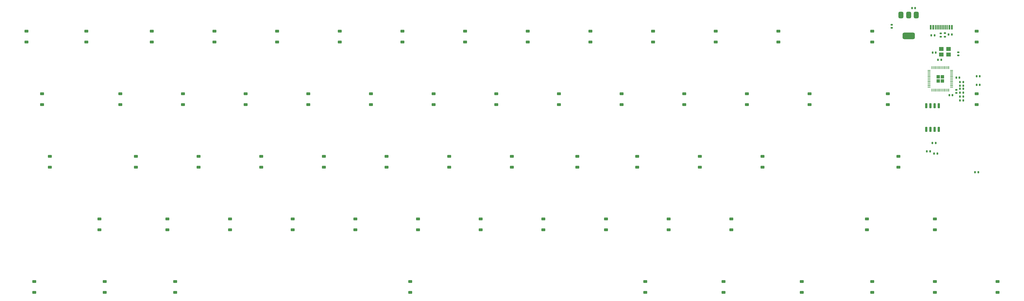
<source format=gbr>
%TF.GenerationSoftware,KiCad,Pcbnew,8.0.2*%
%TF.CreationDate,2024-06-20T11:33:05-07:00*%
%TF.ProjectId,keyboard_pcb,6b657962-6f61-4726-945f-7063622e6b69,1.0*%
%TF.SameCoordinates,Original*%
%TF.FileFunction,Paste,Bot*%
%TF.FilePolarity,Positive*%
%FSLAX46Y46*%
G04 Gerber Fmt 4.6, Leading zero omitted, Abs format (unit mm)*
G04 Created by KiCad (PCBNEW 8.0.2) date 2024-06-20 11:33:05*
%MOMM*%
%LPD*%
G01*
G04 APERTURE LIST*
G04 Aperture macros list*
%AMRoundRect*
0 Rectangle with rounded corners*
0 $1 Rounding radius*
0 $2 $3 $4 $5 $6 $7 $8 $9 X,Y pos of 4 corners*
0 Add a 4 corners polygon primitive as box body*
4,1,4,$2,$3,$4,$5,$6,$7,$8,$9,$2,$3,0*
0 Add four circle primitives for the rounded corners*
1,1,$1+$1,$2,$3*
1,1,$1+$1,$4,$5*
1,1,$1+$1,$6,$7*
1,1,$1+$1,$8,$9*
0 Add four rect primitives between the rounded corners*
20,1,$1+$1,$2,$3,$4,$5,0*
20,1,$1+$1,$4,$5,$6,$7,0*
20,1,$1+$1,$6,$7,$8,$9,0*
20,1,$1+$1,$8,$9,$2,$3,0*%
G04 Aperture macros list end*
%ADD10RoundRect,0.135000X0.135000X0.185000X-0.135000X0.185000X-0.135000X-0.185000X0.135000X-0.185000X0*%
%ADD11RoundRect,0.135000X0.185000X-0.135000X0.185000X0.135000X-0.185000X0.135000X-0.185000X-0.135000X0*%
%ADD12RoundRect,0.135000X-0.135000X-0.185000X0.135000X-0.185000X0.135000X0.185000X-0.135000X0.185000X0*%
%ADD13RoundRect,0.140000X0.140000X0.170000X-0.140000X0.170000X-0.140000X-0.170000X0.140000X-0.170000X0*%
%ADD14RoundRect,0.225000X0.375000X-0.225000X0.375000X0.225000X-0.375000X0.225000X-0.375000X-0.225000X0*%
%ADD15RoundRect,0.140000X-0.140000X-0.170000X0.140000X-0.170000X0.140000X0.170000X-0.140000X0.170000X0*%
%ADD16R,1.400000X1.200000*%
%ADD17RoundRect,0.140000X0.170000X-0.140000X0.170000X0.140000X-0.170000X0.140000X-0.170000X-0.140000X0*%
%ADD18RoundRect,0.250000X-0.292217X-0.292217X0.292217X-0.292217X0.292217X0.292217X-0.292217X0.292217X0*%
%ADD19RoundRect,0.050000X-0.387500X-0.050000X0.387500X-0.050000X0.387500X0.050000X-0.387500X0.050000X0*%
%ADD20RoundRect,0.050000X-0.050000X-0.387500X0.050000X-0.387500X0.050000X0.387500X-0.050000X0.387500X0*%
%ADD21RoundRect,0.140000X-0.170000X0.140000X-0.170000X-0.140000X0.170000X-0.140000X0.170000X0.140000X0*%
%ADD22RoundRect,0.375000X-0.375000X0.625000X-0.375000X-0.625000X0.375000X-0.625000X0.375000X0.625000X0*%
%ADD23RoundRect,0.500000X-1.400000X0.500000X-1.400000X-0.500000X1.400000X-0.500000X1.400000X0.500000X0*%
%ADD24RoundRect,0.150000X-0.150000X0.650000X-0.150000X-0.650000X0.150000X-0.650000X0.150000X0.650000X0*%
%ADD25R,0.600000X1.450000*%
%ADD26R,0.300000X1.450000*%
G04 APERTURE END LIST*
D10*
%TO.C,R8*%
X339910000Y-132600000D03*
X338890000Y-132600000D03*
%TD*%
%TO.C,R7*%
X343310000Y-104775000D03*
X342290000Y-104775000D03*
%TD*%
%TO.C,R6*%
X341601465Y-130060366D03*
X340581465Y-130060366D03*
%TD*%
D11*
%TO.C,R5*%
X343116465Y-97704690D03*
X343116465Y-96684690D03*
%TD*%
D10*
%TO.C,R4*%
X354537179Y-139010366D03*
X353517179Y-139010366D03*
%TD*%
D11*
%TO.C,R3*%
X344366465Y-97701317D03*
X344366465Y-96681317D03*
%TD*%
D12*
%TO.C,R2*%
X345490000Y-97060366D03*
X346510000Y-97060366D03*
%TD*%
D10*
%TO.C,R1*%
X341310000Y-97310366D03*
X340290000Y-97310366D03*
%TD*%
D13*
%TO.C,C3*%
X355000000Y-109750000D03*
X354040000Y-109750000D03*
%TD*%
D14*
%TO.C,D38*%
X212778965Y-137441616D03*
X212778965Y-134141616D03*
%TD*%
D15*
%TO.C,C11*%
X349006465Y-111540366D03*
X349966465Y-111540366D03*
%TD*%
D14*
%TO.C,D48*%
X165153965Y-156491616D03*
X165153965Y-153191616D03*
%TD*%
%TO.C,D52*%
X241353965Y-156491616D03*
X241353965Y-153191616D03*
%TD*%
D15*
%TO.C,C14*%
X341136465Y-133310366D03*
X342096465Y-133310366D03*
%TD*%
D14*
%TO.C,D30*%
X354066465Y-118391616D03*
X354066465Y-115091616D03*
%TD*%
D15*
%TO.C,C5*%
X347866465Y-110160366D03*
X348826465Y-110160366D03*
%TD*%
D14*
%TO.C,D2*%
X83397715Y-99341616D03*
X83397715Y-96041616D03*
%TD*%
%TO.C,D64*%
X322316465Y-175541616D03*
X322316465Y-172241616D03*
%TD*%
%TO.C,D59*%
X110385215Y-175541616D03*
X110385215Y-172241616D03*
%TD*%
%TO.C,D31*%
X72285215Y-137441616D03*
X72285215Y-134141616D03*
%TD*%
%TO.C,D20*%
X150866465Y-118391616D03*
X150866465Y-115091616D03*
%TD*%
%TO.C,D57*%
X67522715Y-175541616D03*
X67522715Y-172241616D03*
%TD*%
%TO.C,D41*%
X269928965Y-137441616D03*
X269928965Y-134141616D03*
%TD*%
%TO.C,D8*%
X198491465Y-99341616D03*
X198491465Y-96041616D03*
%TD*%
%TO.C,D16*%
X69903965Y-118391616D03*
X69903965Y-115091616D03*
%TD*%
%TO.C,D14*%
X322316465Y-99341616D03*
X322316465Y-96041616D03*
%TD*%
%TO.C,D6*%
X160391465Y-99341616D03*
X160391465Y-96041616D03*
%TD*%
D15*
%TO.C,C7*%
X349006465Y-114760366D03*
X349966465Y-114760366D03*
%TD*%
D14*
%TO.C,D1*%
X65141465Y-99341616D03*
X65141465Y-96041616D03*
%TD*%
%TO.C,D4*%
X122291465Y-99341616D03*
X122291465Y-96041616D03*
%TD*%
%TO.C,D39*%
X232622715Y-137441616D03*
X232622715Y-134141616D03*
%TD*%
%TO.C,D35*%
X155628965Y-137441616D03*
X155628965Y-134141616D03*
%TD*%
D16*
%TO.C,Y1*%
X345466465Y-103160366D03*
X343266465Y-103160366D03*
X343266465Y-101460366D03*
X345466465Y-101460366D03*
%TD*%
D15*
%TO.C,C12*%
X345770000Y-115500000D03*
X346730000Y-115500000D03*
%TD*%
D14*
%TO.C,D17*%
X93716465Y-118391616D03*
X93716465Y-115091616D03*
%TD*%
%TO.C,D37*%
X193728965Y-137441616D03*
X193728965Y-134141616D03*
%TD*%
%TO.C,D22*%
X188966465Y-118391616D03*
X188966465Y-115091616D03*
%TD*%
%TO.C,D43*%
X330253965Y-137441616D03*
X330253965Y-134141616D03*
%TD*%
D15*
%TO.C,C8*%
X349006465Y-115960366D03*
X349966465Y-115960366D03*
%TD*%
D14*
%TO.C,D29*%
X327078965Y-118391616D03*
X327078965Y-115091616D03*
%TD*%
%TO.C,D63*%
X300885215Y-175541616D03*
X300885215Y-172241616D03*
%TD*%
%TO.C,D60*%
X181822715Y-175541616D03*
X181822715Y-172241616D03*
%TD*%
%TO.C,D51*%
X222303965Y-156491616D03*
X222303965Y-153191616D03*
%TD*%
%TO.C,D3*%
X103241465Y-99341616D03*
X103241465Y-96041616D03*
%TD*%
%TO.C,D44*%
X87366465Y-156491616D03*
X87366465Y-153191616D03*
%TD*%
%TO.C,D47*%
X146103965Y-156491616D03*
X146103965Y-153191616D03*
%TD*%
D13*
%TO.C,C4*%
X355000000Y-112410366D03*
X354040000Y-112410366D03*
%TD*%
D14*
%TO.C,D40*%
X250878965Y-137441616D03*
X250878965Y-134141616D03*
%TD*%
%TO.C,D56*%
X341366465Y-156491616D03*
X341366465Y-153191616D03*
%TD*%
D13*
%TO.C,C15*%
X341616465Y-102560366D03*
X340656465Y-102560366D03*
%TD*%
D15*
%TO.C,C9*%
X349006465Y-117160366D03*
X349966465Y-117160366D03*
%TD*%
D14*
%TO.C,D54*%
X279453965Y-156491616D03*
X279453965Y-153191616D03*
%TD*%
%TO.C,D49*%
X184203965Y-156491616D03*
X184203965Y-153191616D03*
%TD*%
%TO.C,D25*%
X246116465Y-118391616D03*
X246116465Y-115091616D03*
%TD*%
%TO.C,D21*%
X169916465Y-118391616D03*
X169916465Y-115091616D03*
%TD*%
D13*
%TO.C,C1*%
X335346465Y-89060366D03*
X334386465Y-89060366D03*
%TD*%
D15*
%TO.C,C10*%
X349006465Y-112640366D03*
X349966465Y-112640366D03*
%TD*%
D14*
%TO.C,D28*%
X303266465Y-118391616D03*
X303266465Y-115091616D03*
%TD*%
%TO.C,D24*%
X227066465Y-118391616D03*
X227066465Y-115091616D03*
%TD*%
D17*
%TO.C,C2*%
X328266465Y-95040366D03*
X328266465Y-94080366D03*
%TD*%
D18*
%TO.C,U3*%
X342391465Y-109922866D03*
X342391465Y-111197866D03*
X343666465Y-109922866D03*
X343666465Y-111197866D03*
D19*
X339591465Y-113160366D03*
X339591465Y-112760366D03*
X339591465Y-112360366D03*
X339591465Y-111960366D03*
X339591465Y-111560366D03*
X339591465Y-111160366D03*
X339591465Y-110760366D03*
X339591465Y-110360366D03*
X339591465Y-109960366D03*
X339591465Y-109560366D03*
X339591465Y-109160366D03*
X339591465Y-108760366D03*
X339591465Y-108360366D03*
X339591465Y-107960366D03*
D20*
X340428965Y-107122866D03*
X340828965Y-107122866D03*
X341228965Y-107122866D03*
X341628965Y-107122866D03*
X342028965Y-107122866D03*
X342428965Y-107122866D03*
X342828965Y-107122866D03*
X343228965Y-107122866D03*
X343628965Y-107122866D03*
X344028965Y-107122866D03*
X344428965Y-107122866D03*
X344828965Y-107122866D03*
X345228965Y-107122866D03*
X345628965Y-107122866D03*
D19*
X346466465Y-107960366D03*
X346466465Y-108360366D03*
X346466465Y-108760366D03*
X346466465Y-109160366D03*
X346466465Y-109560366D03*
X346466465Y-109960366D03*
X346466465Y-110360366D03*
X346466465Y-110760366D03*
X346466465Y-111160366D03*
X346466465Y-111560366D03*
X346466465Y-111960366D03*
X346466465Y-112360366D03*
X346466465Y-112760366D03*
X346466465Y-113160366D03*
D20*
X345628965Y-113997866D03*
X345228965Y-113997866D03*
X344828965Y-113997866D03*
X344428965Y-113997866D03*
X344028965Y-113997866D03*
X343628965Y-113997866D03*
X343228965Y-113997866D03*
X342828965Y-113997866D03*
X342428965Y-113997866D03*
X342028965Y-113997866D03*
X341628965Y-113997866D03*
X341228965Y-113997866D03*
X340828965Y-113997866D03*
X340428965Y-113997866D03*
%TD*%
D14*
%TO.C,D53*%
X260403965Y-156491616D03*
X260403965Y-153191616D03*
%TD*%
%TO.C,D26*%
X265166465Y-118391616D03*
X265166465Y-115091616D03*
%TD*%
%TO.C,D45*%
X108003965Y-156491616D03*
X108003965Y-153191616D03*
%TD*%
%TO.C,D55*%
X320728965Y-156491616D03*
X320728965Y-153191616D03*
%TD*%
%TO.C,D33*%
X117528965Y-137441616D03*
X117528965Y-134141616D03*
%TD*%
D21*
%TO.C,C13*%
X347866465Y-113880366D03*
X347866465Y-114840366D03*
%TD*%
D14*
%TO.C,D9*%
X217541465Y-99341616D03*
X217541465Y-96041616D03*
%TD*%
%TO.C,D65*%
X341366465Y-175541616D03*
X341366465Y-172241616D03*
%TD*%
%TO.C,D32*%
X98478965Y-137441616D03*
X98478965Y-134141616D03*
%TD*%
%TO.C,D50*%
X203253965Y-156491616D03*
X203253965Y-153191616D03*
%TD*%
%TO.C,D66*%
X360416465Y-175541616D03*
X360416465Y-172241616D03*
%TD*%
%TO.C,D15*%
X354066465Y-99341616D03*
X354066465Y-96041616D03*
%TD*%
%TO.C,D27*%
X284216465Y-118391616D03*
X284216465Y-115091616D03*
%TD*%
%TO.C,D7*%
X179441465Y-99341616D03*
X179441465Y-96041616D03*
%TD*%
%TO.C,D10*%
X236591465Y-99341616D03*
X236591465Y-96041616D03*
%TD*%
D21*
%TO.C,C16*%
X348466465Y-102480366D03*
X348466465Y-103440366D03*
%TD*%
D14*
%TO.C,D18*%
X112766465Y-118391616D03*
X112766465Y-115091616D03*
%TD*%
%TO.C,D61*%
X253260215Y-175541616D03*
X253260215Y-172241616D03*
%TD*%
%TO.C,D34*%
X136578965Y-137441616D03*
X136578965Y-134141616D03*
%TD*%
D22*
%TO.C,U1*%
X331066465Y-91160366D03*
X333366465Y-91160366D03*
D23*
X333366465Y-97460366D03*
D22*
X335666465Y-91160366D03*
%TD*%
D14*
%TO.C,D23*%
X208016465Y-118391616D03*
X208016465Y-115091616D03*
%TD*%
%TO.C,D58*%
X88953965Y-175541616D03*
X88953965Y-172241616D03*
%TD*%
%TO.C,D36*%
X174678965Y-137441616D03*
X174678965Y-134141616D03*
%TD*%
%TO.C,D62*%
X277072715Y-175541616D03*
X277072715Y-172241616D03*
%TD*%
%TO.C,D46*%
X127053965Y-156491616D03*
X127053965Y-153191616D03*
%TD*%
D24*
%TO.C,U2*%
X338761465Y-118710366D03*
X340031465Y-118710366D03*
X341301465Y-118710366D03*
X342571465Y-118710366D03*
X342571465Y-125910366D03*
X341301465Y-125910366D03*
X340031465Y-125910366D03*
X338761465Y-125910366D03*
%TD*%
D14*
%TO.C,D11*%
X255641465Y-99341616D03*
X255641465Y-96041616D03*
%TD*%
%TO.C,D19*%
X131816465Y-118391616D03*
X131816465Y-115091616D03*
%TD*%
%TO.C,D5*%
X141341465Y-99341616D03*
X141341465Y-96041616D03*
%TD*%
%TO.C,D13*%
X293741465Y-99341616D03*
X293741465Y-96041616D03*
%TD*%
%TO.C,D42*%
X288978965Y-137441616D03*
X288978965Y-134141616D03*
%TD*%
D25*
%TO.C,J1*%
X340055215Y-94849116D03*
X340855215Y-94849116D03*
D26*
X342055215Y-94849116D03*
X343055215Y-94849116D03*
X343555215Y-94849116D03*
X344555215Y-94849116D03*
D25*
X345755215Y-94849116D03*
X346555215Y-94849116D03*
X346555215Y-94849116D03*
X345755215Y-94849116D03*
D26*
X345055215Y-94849116D03*
X344055215Y-94849116D03*
X342555215Y-94849116D03*
X341555215Y-94849116D03*
D25*
X340855215Y-94849116D03*
X340055215Y-94849116D03*
%TD*%
D14*
%TO.C,D12*%
X274691465Y-99341616D03*
X274691465Y-96041616D03*
%TD*%
D15*
%TO.C,C6*%
X349006465Y-113560366D03*
X349966465Y-113560366D03*
%TD*%
M02*

</source>
